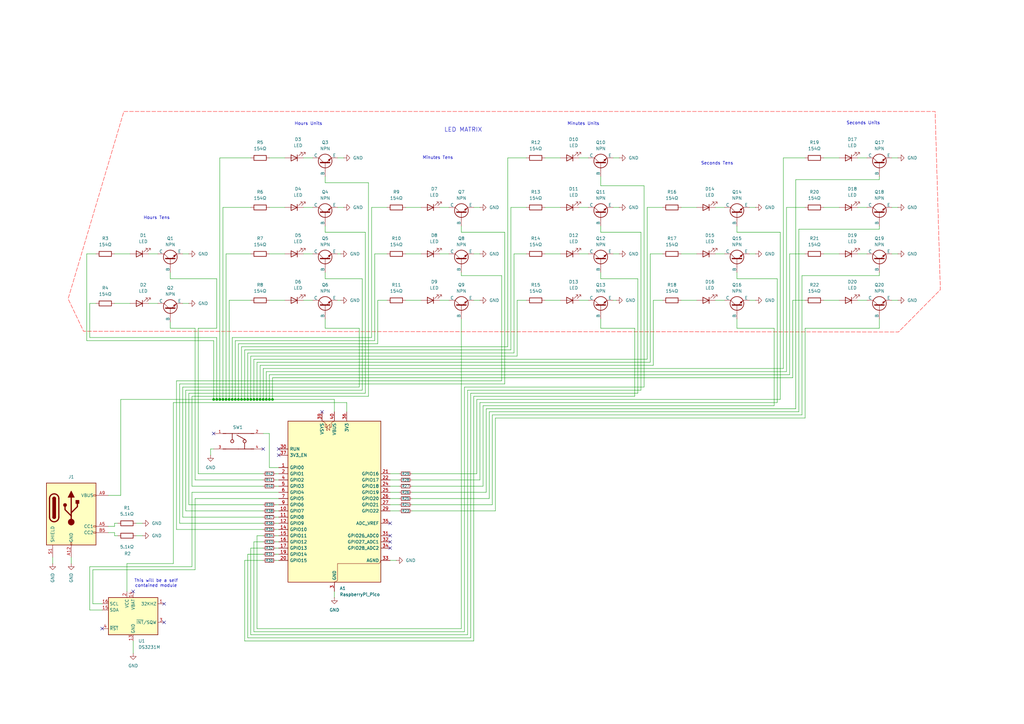
<source format=kicad_sch>
(kicad_sch (version 20250114) (generator "eeschema") (generator_version "9.0")
  (paper "A3")
  (title_block (title "Binary Clock") (date "2025-11-05") (rev "1"))
  (lib_symbols
    (symbol "Connector:USB_C_Receptacle_PowerOnly_6P" (pin_names (offset 1.016))
      (property "Reference" "J" (at 0 16.51 0))
      (property "Value" "USB_C_Receptacle_PowerOnly_6P" (at 0 13.97 0))
      (symbol "USB_C_Receptacle_PowerOnly_6P_1_1"
        (pin passive line (at -7.62 -17.78 90) (length 5.08) (name "SHIELD") (number "S1"))
        (pin passive line (at 0 -17.78 90) (length 5.08) (name "GND") (number "A12"))
        (pin passive line (at 0 -17.78 90) (length 5.08) (hide yes) (name "GND") (number "B12"))
        (pin passive line (at 15.24 7.62 180) (length 5.08) (name "VBUS") (number "A9"))
        (pin passive line (at 15.24 7.62 180) (length 5.08) (hide yes) (name "VBUS") (number "B9"))
        (pin bidirectional line (at 15.24 -5.08 180) (length 5.08) (name "CC1") (number "A5"))
        (pin bidirectional line (at 15.24 -7.62 180) (length 5.08) (name "CC2") (number "B5"))
      )
    )
    (symbol "Device:LED" (pin_numbers (hide yes)) (pin_names (offset 1.016) (hide yes))
      (property "Reference" "D" (at 0 2.54 0))
      (property "Value" "LED" (at 0 -2.54 0))
      (symbol "LED_1_1"
        (pin passive line (at -3.81 0 0) (length 2.54) (name "K") (number "1"))
        (pin passive line (at 3.81 0 180) (length 2.54) (name "A") (number "2"))
      )
    )
    (symbol "Device:R" (pin_numbers (hide yes)) (pin_names (offset 0))
      (property "Reference" "R" (at 2.032 0 90))
      (property "Value" "R" (at 0 0 90))
      (symbol "R_1_1"
        (pin passive line (at 0 3.81 270) (length 1.27) (name "~") (number "1"))
        (pin passive line (at 0 -3.81 90) (length 1.27) (name "~") (number "2"))
      )
    )
    (symbol "Device:R_Small" (pin_numbers (hide yes)) (pin_names (offset 0.254) (hide yes))
      (property "Reference" "R" (at 0 0 90))
      (property "Value" "R_Small" (at 1.778 0 90))
      (symbol "R_Small_1_1"
        (pin passive line (at 0 2.54 270) (length 0.762) (name "~") (number "1"))
        (pin passive line (at 0 -2.54 90) (length 0.762) (name "~") (number "2"))
      )
    )
    (symbol "MCU_Module:RaspberryPi_Pico" (pin_names (offset 0.762))
      (property "Reference" "A" (at -19.05 35.56 0))
      (property "Value" "RaspberryPi_Pico" (at 7.62 35.56 0))
      (symbol "RaspberryPi_Pico_1_1"
        (pin passive line (at -22.86 22.86 0) (length 3.81) (name "RUN") (number "30"))
        (pin passive line (at -22.86 20.32 0) (length 3.81) (name "3V3_EN") (number "37"))
        (pin bidirectional line (at -22.86 15.24 0) (length 3.81) (name "GPIO0") (number "1"))
        (pin bidirectional line (at -22.86 12.7 0) (length 3.81) (name "GPIO1") (number "2"))
        (pin bidirectional line (at -22.86 10.16 0) (length 3.81) (name "GPIO2") (number "4"))
        (pin bidirectional line (at -22.86 7.62 0) (length 3.81) (name "GPIO3") (number "5"))
        (pin bidirectional line (at -22.86 5.08 0) (length 3.81) (name "GPIO4") (number "6"))
        (pin bidirectional line (at -22.86 2.54 0) (length 3.81) (name "GPIO5") (number "7"))
        (pin bidirectional line (at -22.86 0 0) (length 3.81) (name "GPIO6") (number "9"))
        (pin bidirectional line (at -22.86 -2.54 0) (length 3.81) (name "GPIO7") (number "10"))
        (pin bidirectional line (at -22.86 -5.08 0) (length 3.81) (name "GPIO8") (number "11"))
        (pin bidirectional line (at -22.86 -7.62 0) (length 3.81) (name "GPIO9") (number "12"))
        (pin bidirectional line (at -22.86 -10.16 0) (length 3.81) (name "GPIO10") (number "14"))
        (pin bidirectional line (at -22.86 -12.7 0) (length 3.81) (name "GPIO11") (number "15"))
        (pin bidirectional line (at -22.86 -15.24 0) (length 3.81) (name "GPIO12") (number "16"))
        (pin bidirectional line (at -22.86 -17.78 0) (length 3.81) (name "GPIO13") (number "17"))
        (pin bidirectional line (at -22.86 -20.32 0) (length 3.81) (name "GPIO14") (number "19"))
        (pin bidirectional line (at -22.86 -22.86 0) (length 3.81) (name "GPIO15") (number "20"))
        (pin power_in line (at -5.08 38.1 270) (length 3.81) (name "VSYS") (number "39"))
        (pin power_out line (at 0 38.1 270) (length 3.81) (name "VBUS") (number "40"))
        (pin passive line (at 0 -35.56 90) (length 3.81) (hide yes) (name "GND") (number "13"))
        (pin passive line (at 0 -35.56 90) (length 3.81) (hide yes) (name "GND") (number "18"))
        (pin passive line (at 0 -35.56 90) (length 3.81) (hide yes) (name "GND") (number "23"))
        (pin passive line (at 0 -35.56 90) (length 3.81) (hide yes) (name "GND") (number "28"))
        (pin power_out line (at 0 -35.56 90) (length 3.81) (name "GND") (number "3"))
        (pin passive line (at 0 -35.56 90) (length 3.81) (hide yes) (name "GND") (number "38"))
        (pin passive line (at 0 -35.56 90) (length 3.81) (hide yes) (name "GND") (number "8"))
        (pin power_out line (at 5.08 38.1 270) (length 3.81) (name "3V3") (number "36"))
        (pin bidirectional line (at 22.86 12.7 180) (length 3.81) (name "GPIO16") (number "21"))
        (pin bidirectional line (at 22.86 10.16 180) (length 3.81) (name "GPIO17") (number "22"))
        (pin bidirectional line (at 22.86 7.62 180) (length 3.81) (name "GPIO18") (number "24"))
        (pin bidirectional line (at 22.86 5.08 180) (length 3.81) (name "GPIO19") (number "25"))
        (pin bidirectional line (at 22.86 2.54 180) (length 3.81) (name "GPIO20") (number "26"))
        (pin bidirectional line (at 22.86 0 180) (length 3.81) (name "GPIO21") (number "27"))
        (pin bidirectional line (at 22.86 -2.54 180) (length 3.81) (name "GPIO22") (number "29"))
        (pin power_in line (at 22.86 -7.62 180) (length 3.81) (name "ADC_VREF") (number "35"))
        (pin bidirectional line (at 22.86 -12.7 180) (length 3.81) (name "GPIO26_ADC0") (number "31"))
        (pin bidirectional line (at 22.86 -15.24 180) (length 3.81) (name "GPIO27_ADC1") (number "32"))
        (pin bidirectional line (at 22.86 -17.78 180) (length 3.81) (name "GPIO28_ADC2") (number "34"))
        (pin power_out line (at 22.86 -22.86 180) (length 3.81) (name "AGND") (number "33"))
      )
    )
    (symbol "Simulation_SPICE:NPN" (pin_numbers (hide yes)) (pin_names (offset 0))
      (property "Reference" "Q" (at -2.54 7.62 0))
      (property "Value" "NPN" (at -2.54 5.08 0))
      (symbol "NPN_1_1"
        (pin input line (at -5.08 0 0) (length 2.54) (name "B") (number "2"))
        (pin open_collector line (at 2.54 5.08 270) (length 2.54) (name "C") (number "1"))
        (pin open_emitter line (at 2.54 -5.08 90) (length 2.54) (name "E") (number "3"))
      )
    )
    (symbol "TS02-66-70-BK-260-LCR-D:TS02-66-70-BK-260-LCR-D" (pin_names (offset 1.016))
      (property "Reference" "SW1" (at 0 9.906 0))
      (symbol "TS02-66-70-BK-260-LCR-D_0_0"
        (pin passive line (at -10.16 1.27 0) (length 5.08) (name "~") (number "1"))
        (pin passive line (at -10.16 -5.08 0) (length 5.08) (name "~") (number "3"))
        (pin passive line (at 10.16 1.27 180) (length 5.08) (name "~") (number "2"))
        (pin passive line (at 10.16 -5.08 180) (length 5.08) (name "~") (number "4"))
      )
    )
    (symbol "Timer_RTC:DS3231M"
      (property "Reference" "U" (at -7.62 8.89 0))
      (property "Value" "DS3231M" (at 10.16 8.89 0))
      (symbol "DS3231M_1_1"
        (pin input line (at -12.7 5.08 0) (length 2.54) (name "SCL") (number "16"))
        (pin bidirectional line (at -12.7 2.54 0) (length 2.54) (name "SDA") (number "15"))
        (pin bidirectional line (at -12.7 -5.08 0) (length 2.54) (name "~{RST}") (number "4"))
        (pin power_in line (at -2.54 10.16 270) (length 2.54) (name "VCC") (number "2"))
        (pin power_in line (at 0 10.16 270) (length 2.54) (name "VBAT") (number "14"))
        (pin passive line (at 0 -10.16 90) (length 2.54) (hide yes) (name "GND") (number "10"))
        (pin passive line (at 0 -10.16 90) (length 2.54) (hide yes) (name "GND") (number "11"))
        (pin passive line (at 0 -10.16 90) (length 2.54) (hide yes) (name "GND") (number "12"))
        (pin power_in line (at 0 -10.16 90) (length 2.54) (name "GND") (number "13"))
        (pin passive line (at 0 -10.16 90) (length 2.54) (hide yes) (name "GND") (number "5"))
        (pin passive line (at 0 -10.16 90) (length 2.54) (hide yes) (name "GND") (number "6"))
        (pin passive line (at 0 -10.16 90) (length 2.54) (hide yes) (name "GND") (number "7"))
        (pin passive line (at 0 -10.16 90) (length 2.54) (hide yes) (name "GND") (number "8"))
        (pin passive line (at 0 -10.16 90) (length 2.54) (hide yes) (name "GND") (number "9"))
        (pin open_collector line (at 12.7 5.08 180) (length 2.54) (name "32KHZ") (number "1"))
        (pin open_collector line (at 12.7 -2.54 180) (length 2.54) (name "~{INT}/SQW") (number "3"))
      )
    )
    (symbol "power:GND" (power) (pin_numbers (hide yes)) (pin_names (offset 0) (hide yes))
      (property "Value" "GND" (at 0 -3.81 0))
      (symbol "GND_1_1"
        (pin power_in line (at 0 0 270) (length 0) (name "~") (number "1"))
      )
    )
  )
  (text "This will be a self\ncontained module" (at 64.008 239.268 0) (effects (font (size 1.27 1.27))))
  (text "Hours Tens" (at 64.262 89.408 0) (effects (font (size 1.27 1.27))))
  (text "Seconds Units" (at 354.076 50.546 0) (effects (font (size 1.27 1.27))))
  (text "LED MATRIX" (at 189.992 53.34 0) (effects (font (size 1.778 1.778))))
  (text "Minutes Units" (at 239.268 50.8 0) (effects (font (size 1.27 1.27))))
  (text "Minutes Tens" (at 179.578 64.77 0) (effects (font (size 1.27 1.27))))
  (text "Seconds Tens" (at 294.132 67.056 0) (effects (font (size 1.27 1.27))))
  (text "Hours Units" (at 126.492 50.8 0) (effects (font (size 1.27 1.27))))
  (junction (at 88.9 163.83))
  (junction (at 102.87 163.83))
  (junction (at 95.25 163.83))
  (junction (at 99.06 163.83))
  (junction (at 87.63 163.83))
  (junction (at 104.14 163.83))
  (junction (at 93.98 163.83))
  (junction (at 92.71 163.83))
  (junction (at 106.68 163.83))
  (junction (at 90.17 163.83))
  (junction (at 105.41 163.83))
  (junction (at 96.52 163.83))
  (junction (at 111.76 163.83))
  (junction (at 100.33 163.83))
  (junction (at 91.44 163.83))
  (junction (at 107.95 163.83))
  (junction (at 110.49 163.83))
  (junction (at 109.22 163.83))
  (junction (at 97.79 163.83))
  (junction (at 101.6 163.83))
  (no_connect (at 87.63 177.8))
  (no_connect (at 67.31 255.27))
  (no_connect (at 67.31 247.65))
  (no_connect (at 160.02 224.79))
  (no_connect (at 160.02 222.25))
  (no_connect (at 114.3 186.69))
  (no_connect (at 114.3 184.15))
  (no_connect (at 160.02 214.63))
  (no_connect (at 160.02 219.71))
  (no_connect (at 41.91 257.81))
  (no_connect (at 132.08 168.91))
  (no_connect (at 107.95 184.15))
  (no_connect (at 54.61 242.57))
  (wire (pts (xy 191.77 160.02) (xy 191.77 260.35)))
  (wire (pts (xy 36.83 124.46) (xy 36.83 138.43)))
  (wire (pts (xy 41.91 247.65) (xy 38.1 247.65)))
  (wire (pts (xy 199.39 201.93) (xy 168.91 201.93)))
  (wire (pts (xy 114.3 194.31) (xy 113.03 194.31)))
  (wire (pts (xy 246.38 130.81) (xy 246.38 134.62)))
  (wire (pts (xy 87.63 163.83) (xy 88.9 163.83)))
  (wire (pts (xy 261.62 114.3) (xy 261.62 161.29)))
  (wire (pts (xy 133.35 95.25) (xy 149.86 95.25)))
  (wire (pts (xy 54.61 262.89) (xy 54.61 267.97)))
  (wire (pts (xy 102.87 163.83) (xy 104.14 163.83)))
  (wire (pts (xy 104.14 163.83) (xy 105.41 163.83)))
  (wire (pts (xy 80.01 196.85) (xy 107.95 196.85)))
  (wire (pts (xy 113.03 222.25) (xy 114.3 222.25)))
  (wire (pts (xy 152.4 138.43) (xy 95.25 138.43)))
  (wire (pts (xy 113.03 196.85) (xy 114.3 196.85)))
  (wire (pts (xy 110.49 191.77) (xy 114.3 191.77)))
  (wire (pts (xy 203.2 209.55) (xy 168.91 209.55)))
  (wire (pts (xy 264.16 158.75) (xy 190.5 158.75)))
  (wire (pts (xy 109.22 152.4) (xy 109.22 163.83)))
  (wire (pts (xy 29.21 228.6) (xy 29.21 231.14)))
  (wire (pts (xy 191.77 260.35) (xy 102.87 260.35)))
  (wire (pts (xy 113.03 209.55) (xy 114.3 209.55)))
  (wire (pts (xy 102.87 64.77) (xy 90.17 64.77)))
  (wire (pts (xy 166.37 85.09) (xy 172.72 85.09)))
  (wire (pts (xy 133.35 111.76) (xy 133.35 114.3)))
  (wire (pts (xy 113.03 229.87) (xy 114.3 229.87)))
  (wire (pts (xy 163.83 204.47) (xy 160.02 204.47)))
  (wire (pts (xy 190.5 259.08) (xy 104.14 259.08)))
  (wire (pts (xy 149.86 95.25) (xy 149.86 161.29)))
  (wire (pts (xy 46.99 104.14) (xy 53.34 104.14)))
  (wire (pts (xy 180.34 85.09) (xy 184.15 85.09)))
  (wire (pts (xy 360.68 93.98) (xy 327.66 93.98)))
  (wire (pts (xy 246.38 134.62) (xy 260.35 134.62)))
  (wire (pts (xy 327.66 168.91) (xy 200.66 168.91)))
  (wire (pts (xy 351.79 85.09) (xy 355.6 85.09)))
  (wire (pts (xy 110.49 104.14) (xy 116.84 104.14)))
  (wire (pts (xy 163.83 201.93) (xy 160.02 201.93)))
  (wire (pts (xy 60.96 124.46) (xy 64.77 124.46)))
  (wire (pts (xy 133.35 72.39) (xy 133.35 74.93)))
  (wire (pts (xy 52.07 231.14) (xy 71.12 231.14)))
  (wire (pts (xy 38.1 233.68) (xy 80.01 233.68)))
  (wire (pts (xy 55.88 214.63) (xy 58.42 214.63)))
  (wire (pts (xy 149.86 161.29) (xy 77.47 161.29)))
  (wire (pts (xy 195.58 194.31) (xy 168.91 194.31)))
  (wire (pts (xy 88.9 134.62) (xy 88.9 114.3)))
  (wire (pts (xy 76.2 160.02) (xy 76.2 209.55)))
  (wire (pts (xy 93.98 123.19) (xy 93.98 163.83)))
  (wire (pts (xy 205.74 113.03) (xy 205.74 156.21)))
  (wire (pts (xy 133.35 114.3) (xy 148.59 114.3)))
  (wire (pts (xy 237.49 85.09) (xy 241.3 85.09)))
  (wire (pts (xy 90.17 64.77) (xy 90.17 163.83)))
  (wire (pts (xy 325.12 123.19) (xy 325.12 154.94)))
  (wire (pts (xy 113.03 217.17) (xy 114.3 217.17)))
  (wire (pts (xy 138.43 104.14) (xy 139.7 104.14)))
  (wire (pts (xy 158.75 104.14) (xy 153.67 104.14)))
  (wire (pts (xy 104.14 222.25) (xy 107.95 222.25)))
  (wire (pts (xy 72.39 217.17) (xy 107.95 217.17)))
  (wire (pts (xy 265.43 147.32) (xy 104.14 147.32)))
  (wire (pts (xy 124.46 64.77) (xy 128.27 64.77)))
  (wire (pts (xy 124.46 85.09) (xy 128.27 85.09)))
  (wire (pts (xy 38.1 247.65) (xy 38.1 233.68)))
  (wire (pts (xy 201.93 207.01) (xy 168.91 207.01)))
  (wire (pts (xy 327.66 93.98) (xy 327.66 168.91)))
  (wire (pts (xy 246.38 114.3) (xy 261.62 114.3)))
  (wire (pts (xy 78.74 162.56) (xy 78.74 199.39)))
  (wire (pts (xy 81.28 134.62) (xy 81.28 194.31)))
  (wire (pts (xy 44.45 218.44) (xy 46.99 218.44)))
  (wire (pts (xy 266.7 104.14) (xy 266.7 148.59)))
  (wire (pts (xy 196.85 196.85) (xy 168.91 196.85)))
  (wire (pts (xy 166.37 123.19) (xy 172.72 123.19)))
  (wire (pts (xy 251.46 123.19) (xy 252.73 123.19)))
  (wire (pts (xy 109.22 163.83) (xy 110.49 163.83)))
  (wire (pts (xy 208.28 142.24) (xy 99.06 142.24)))
  (wire (pts (xy 163.83 207.01) (xy 160.02 207.01)))
  (wire (pts (xy 246.38 111.76) (xy 246.38 114.3)))
  (wire (pts (xy 210.82 104.14) (xy 210.82 144.78)))
  (wire (pts (xy 107.95 151.13) (xy 107.95 163.83)))
  (wire (pts (xy 105.41 148.59) (xy 105.41 163.83)))
  (wire (pts (xy 76.2 209.55) (xy 107.95 209.55)))
  (wire (pts (xy 200.66 204.47) (xy 168.91 204.47)))
  (wire (pts (xy 328.93 170.18) (xy 201.93 170.18)))
  (wire (pts (xy 205.74 156.21) (xy 72.39 156.21)))
  (wire (pts (xy 95.25 163.83) (xy 96.52 163.83)))
  (wire (pts (xy 267.97 149.86) (xy 106.68 149.86)))
  (wire (pts (xy 39.37 124.46) (xy 36.83 124.46)))
  (wire (pts (xy 320.04 95.25) (xy 320.04 163.83)))
  (wire (pts (xy 194.31 162.56) (xy 194.31 262.89)))
  (wire (pts (xy 100.33 229.87) (xy 107.95 229.87)))
  (wire (pts (xy 215.9 64.77) (xy 208.28 64.77)))
  (wire (pts (xy 154.94 140.97) (xy 97.79 140.97)))
  (wire (pts (xy 166.37 104.14) (xy 172.72 104.14)))
  (wire (pts (xy 322.58 152.4) (xy 109.22 152.4)))
  (wire (pts (xy 73.66 157.48) (xy 73.66 214.63)))
  (wire (pts (xy 138.43 64.77) (xy 140.97 64.77)))
  (wire (pts (xy 44.45 203.2) (xy 49.53 203.2)))
  (wire (pts (xy 265.43 85.09) (xy 265.43 147.32)))
  (wire (pts (xy 78.74 232.41) (xy 78.74 201.93)))
  (wire (pts (xy 267.97 123.19) (xy 267.97 149.86)))
  (wire (pts (xy 153.67 104.14) (xy 153.67 139.7)))
  (wire (pts (xy 138.43 123.19) (xy 139.7 123.19)))
  (wire (pts (xy 113.03 214.63) (xy 114.3 214.63)))
  (wire (pts (xy 325.12 154.94) (xy 111.76 154.94)))
  (wire (pts (xy 194.31 104.14) (xy 196.85 104.14)))
  (wire (pts (xy 337.82 104.14) (xy 344.17 104.14)))
  (wire (pts (xy 237.49 123.19) (xy 241.3 123.19)))
  (wire (pts (xy 279.4 85.09) (xy 285.75 85.09)))
  (wire (pts (xy 107.95 177.8) (xy 110.49 177.8)))
  (wire (pts (xy 111.76 154.94) (xy 111.76 163.83)))
  (wire (pts (xy 102.87 123.19) (xy 93.98 123.19)))
  (wire (pts (xy 330.2 64.77) (xy 321.31 64.77)))
  (wire (pts (xy 52.07 242.57) (xy 52.07 231.14)))
  (wire (pts (xy 99.06 142.24) (xy 99.06 163.83)))
  (wire (pts (xy 330.2 104.14) (xy 323.85 104.14)))
  (wire (pts (xy 101.6 163.83) (xy 102.87 163.83)))
  (wire (pts (xy 200.66 168.91) (xy 200.66 204.47)))
  (wire (pts (xy 113.03 199.39) (xy 114.3 199.39)))
  (wire (pts (xy 90.17 163.83) (xy 91.44 163.83)))
  (wire (pts (xy 360.68 134.62) (xy 330.2 134.62)))
  (wire (pts (xy 262.89 160.02) (xy 191.77 160.02)))
  (wire (pts (xy 124.46 104.14) (xy 128.27 104.14)))
  (wire (pts (xy 80.01 134.62) (xy 80.01 196.85)))
  (wire (pts (xy 138.43 85.09) (xy 140.97 85.09)))
  (wire (pts (xy 307.34 104.14) (xy 309.88 104.14)))
  (wire (pts (xy 207.01 157.48) (xy 73.66 157.48)))
  (wire (pts (xy 88.9 138.43) (xy 88.9 163.83)))
  (wire (pts (xy 330.2 134.62) (xy 330.2 171.45)))
  (wire (pts (xy 199.39 167.64) (xy 199.39 201.93)))
  (wire (pts (xy 69.85 114.3) (xy 69.85 111.76)))
  (wire (pts (xy 208.28 64.77) (xy 208.28 142.24)))
  (wire (pts (xy 102.87 146.05) (xy 102.87 163.83)))
  (wire (pts (xy 102.87 104.14) (xy 92.71 104.14)))
  (wire (pts (xy 35.56 139.7) (xy 87.63 139.7)))
  (wire (pts (xy 46.99 215.9) (xy 44.45 215.9)))
  (wire (pts (xy 35.56 104.14) (xy 35.56 139.7)))
  (wire (pts (xy 95.25 138.43) (xy 95.25 163.83)))
  (wire (pts (xy 72.39 156.21) (xy 72.39 217.17)))
  (wire (pts (xy 360.68 72.39) (xy 360.68 73.66)))
  (wire (pts (xy 101.6 261.62) (xy 101.6 227.33)))
  (wire (pts (xy 365.76 64.77) (xy 368.3 64.77)))
  (wire (pts (xy 207.01 95.25) (xy 207.01 157.48)))
  (wire (pts (xy 293.37 123.19) (xy 297.18 123.19)))
  (wire (pts (xy 260.35 134.62) (xy 260.35 162.56)))
  (wire (pts (xy 266.7 148.59) (xy 105.41 148.59)))
  (wire (pts (xy 49.53 163.83) (xy 87.63 163.83)))
  (wire (pts (xy 133.35 74.93) (xy 151.13 74.93)))
  (wire (pts (xy 88.9 163.83) (xy 90.17 163.83)))
  (wire (pts (xy 326.39 167.64) (xy 199.39 167.64)))
  (wire (pts (xy 69.85 132.08) (xy 69.85 134.62)))
  (wire (pts (xy 328.93 113.03) (xy 328.93 170.18)))
  (wire (pts (xy 46.99 124.46) (xy 53.34 124.46)))
  (wire (pts (xy 110.49 123.19) (xy 116.84 123.19)))
  (wire (pts (xy 107.95 194.31) (xy 81.28 194.31)))
  (wire (pts (xy 74.93 158.75) (xy 74.93 212.09)))
  (wire (pts (xy 189.23 113.03) (xy 189.23 111.76)))
  (wire (pts (xy 110.49 153.67) (xy 110.49 163.83)))
  (wire (pts (xy 106.68 149.86) (xy 106.68 163.83)))
  (wire (pts (xy 246.38 76.2) (xy 264.16 76.2)))
  (wire (pts (xy 351.79 123.19) (xy 355.6 123.19)))
  (wire (pts (xy 302.26 130.81) (xy 302.26 134.62)))
  (wire (pts (xy 302.26 92.71) (xy 302.26 95.25)))
  (wire (pts (xy 198.12 199.39) (xy 168.91 199.39)))
  (wire (pts (xy 194.31 123.19) (xy 196.85 123.19)))
  (wire (pts (xy 158.75 85.09) (xy 152.4 85.09)))
  (wire (pts (xy 322.58 85.09) (xy 322.58 152.4)))
  (wire (pts (xy 302.26 95.25) (xy 320.04 95.25)))
  (wire (pts (xy 193.04 261.62) (xy 101.6 261.62)))
  (wire (pts (xy 93.98 163.83) (xy 95.25 163.83)))
  (wire (pts (xy 337.82 64.77) (xy 344.17 64.77)))
  (wire (pts (xy 321.31 64.77) (xy 321.31 151.13)))
  (wire (pts (xy 92.71 163.83) (xy 93.98 163.83)))
  (wire (pts (xy 105.41 257.81) (xy 105.41 219.71)))
  (wire (pts (xy 74.93 124.46) (xy 77.47 124.46)))
  (wire (pts (xy 77.47 207.01) (xy 107.95 207.01)))
  (wire (pts (xy 337.82 123.19) (xy 344.17 123.19)))
  (wire (pts (xy 133.35 134.62) (xy 147.32 134.62)))
  (wire (pts (xy 163.83 209.55) (xy 160.02 209.55)))
  (wire (pts (xy 74.93 104.14) (xy 77.47 104.14)))
  (wire (pts (xy 215.9 104.14) (xy 210.82 104.14)))
  (wire (pts (xy 106.68 163.83) (xy 107.95 163.83)))
  (wire (pts (xy 152.4 85.09) (xy 152.4 138.43)))
  (wire (pts (xy 74.93 212.09) (xy 107.95 212.09)))
  (wire (pts (xy 102.87 85.09) (xy 91.44 85.09)))
  (wire (pts (xy 360.68 73.66) (xy 326.39 73.66)))
  (wire (pts (xy 212.09 123.19) (xy 212.09 146.05)))
  (wire (pts (xy 251.46 64.77) (xy 254 64.77)))
  (wire (pts (xy 39.37 104.14) (xy 35.56 104.14)))
  (wire (pts (xy 307.34 123.19) (xy 309.88 123.19)))
  (wire (pts (xy 151.13 162.56) (xy 78.74 162.56)))
  (wire (pts (xy 293.37 85.09) (xy 297.18 85.09)))
  (wire (pts (xy 330.2 85.09) (xy 322.58 85.09)))
  (wire (pts (xy 189.23 130.81) (xy 189.23 257.81)))
  (wire (pts (xy 124.46 123.19) (xy 128.27 123.19)))
  (wire (pts (xy 317.5 134.62) (xy 317.5 166.37)))
  (wire (pts (xy 215.9 85.09) (xy 209.55 85.09)))
  (wire (pts (xy 189.23 257.81) (xy 105.41 257.81)))
  (wire (pts (xy 302.26 134.62) (xy 317.5 134.62)))
  (wire (pts (xy 36.83 232.41) (xy 78.74 232.41)))
  (wire (pts (xy 271.78 123.19) (xy 267.97 123.19)))
  (wire (pts (xy 60.96 104.14) (xy 64.77 104.14)))
  (wire (pts (xy 365.76 85.09) (xy 368.3 85.09)))
  (wire (pts (xy 251.46 104.14) (xy 254 104.14)))
  (wire (pts (xy 180.34 104.14) (xy 184.15 104.14)))
  (wire (pts (xy 194.31 85.09) (xy 196.85 85.09)))
  (wire (pts (xy 104.14 147.32) (xy 104.14 163.83)))
  (wire (pts (xy 99.06 163.83) (xy 100.33 163.83)))
  (wire (pts (xy 77.47 161.29) (xy 77.47 207.01)))
  (wire (pts (xy 41.91 250.19) (xy 36.83 250.19)))
  (wire (pts (xy 293.37 104.14) (xy 297.18 104.14)))
  (wire (pts (xy 360.68 92.71) (xy 360.68 93.98)))
  (wire (pts (xy 100.33 262.89) (xy 100.33 229.87)))
  (wire (pts (xy 153.67 139.7) (xy 96.52 139.7)))
  (wire (pts (xy 133.35 92.71) (xy 133.35 95.25)))
  (wire (pts (xy 113.03 212.09) (xy 114.3 212.09)))
  (wire (pts (xy 195.58 163.83) (xy 195.58 194.31)))
  (wire (pts (xy 55.88 219.71) (xy 58.42 219.71)))
  (wire (pts (xy 209.55 85.09) (xy 209.55 143.51)))
  (wire (pts (xy 49.53 163.83) (xy 49.53 203.2)))
  (wire (pts (xy 180.34 123.19) (xy 184.15 123.19)))
  (wire (pts (xy 104.14 259.08) (xy 104.14 222.25)))
  (wire (pts (xy 246.38 95.25) (xy 262.89 95.25)))
  (wire (pts (xy 307.34 85.09) (xy 309.88 85.09)))
  (wire (pts (xy 365.76 104.14) (xy 368.3 104.14)))
  (wire (pts (xy 158.75 123.19) (xy 154.94 123.19)))
  (wire (pts (xy 194.31 262.89) (xy 100.33 262.89)))
  (wire (pts (xy 360.68 113.03) (xy 328.93 113.03)))
  (wire (pts (xy 113.03 224.79) (xy 114.3 224.79)))
  (wire (pts (xy 137.16 242.57) (xy 137.16 245.11)))
  (wire (pts (xy 102.87 224.79) (xy 107.95 224.79)))
  (wire (pts (xy 201.93 170.18) (xy 201.93 207.01)))
  (wire (pts (xy 100.33 163.83) (xy 101.6 163.83)))
  (wire (pts (xy 365.76 123.19) (xy 368.3 123.19)))
  (wire (pts (xy 279.4 123.19) (xy 285.75 123.19)))
  (wire (pts (xy 318.77 165.1) (xy 196.85 165.1)))
  (wire (pts (xy 223.52 64.77) (xy 229.87 64.77)))
  (wire (pts (xy 78.74 199.39) (xy 107.95 199.39)))
  (wire (pts (xy 212.09 146.05) (xy 102.87 146.05)))
  (wire (pts (xy 97.79 163.83) (xy 99.06 163.83)))
  (wire (pts (xy 113.03 207.01) (xy 114.3 207.01)))
  (wire (pts (xy 209.55 143.51) (xy 100.33 143.51)))
  (wire (pts (xy 190.5 158.75) (xy 190.5 259.08)))
  (wire (pts (xy 154.94 123.19) (xy 154.94 140.97)))
  (wire (pts (xy 107.95 163.83) (xy 109.22 163.83)))
  (wire (pts (xy 102.87 260.35) (xy 102.87 224.79)))
  (wire (pts (xy 142.24 165.1) (xy 142.24 168.91)))
  (wire (pts (xy 210.82 144.78) (xy 101.6 144.78)))
  (wire (pts (xy 330.2 171.45) (xy 203.2 171.45)))
  (wire (pts (xy 246.38 92.71) (xy 246.38 95.25)))
  (wire (pts (xy 160.02 229.87) (xy 162.56 229.87)))
  (wire (pts (xy 271.78 85.09) (xy 265.43 85.09)))
  (wire (pts (xy 318.77 114.3) (xy 318.77 165.1)))
  (wire (pts (xy 148.59 160.02) (xy 76.2 160.02)))
  (wire (pts (xy 101.6 144.78) (xy 101.6 163.83)))
  (wire (pts (xy 271.78 104.14) (xy 266.7 104.14)))
  (wire (pts (xy 148.59 114.3) (xy 148.59 160.02)))
  (wire (pts (xy 351.79 104.14) (xy 355.6 104.14)))
  (wire (pts (xy 110.49 163.83) (xy 111.76 163.83)))
  (wire (pts (xy 337.82 85.09) (xy 344.17 85.09)))
  (wire (pts (xy 69.85 134.62) (xy 80.01 134.62)))
  (wire (pts (xy 326.39 73.66) (xy 326.39 167.64)))
  (wire (pts (xy 237.49 64.77) (xy 241.3 64.77)))
  (wire (pts (xy 163.83 199.39) (xy 160.02 199.39)))
  (wire (pts (xy 193.04 161.29) (xy 193.04 261.62)))
  (wire (pts (xy 111.76 163.83) (xy 137.16 163.83)))
  (wire (pts (xy 110.49 85.09) (xy 116.84 85.09)))
  (wire (pts (xy 323.85 153.67) (xy 110.49 153.67)))
  (wire (pts (xy 113.03 219.71) (xy 114.3 219.71)))
  (wire (pts (xy 360.68 130.81) (xy 360.68 134.62)))
  (wire (pts (xy 71.12 231.14) (xy 71.12 165.1)))
  (wire (pts (xy 279.4 104.14) (xy 285.75 104.14)))
  (wire (pts (xy 151.13 74.93) (xy 151.13 162.56)))
  (wire (pts (xy 46.99 218.44) (xy 46.99 219.71)))
  (wire (pts (xy 105.41 219.71) (xy 107.95 219.71)))
  (wire (pts (xy 80.01 233.68) (xy 80.01 204.47)))
  (wire (pts (xy 323.85 104.14) (xy 323.85 153.67)))
  (wire (pts (xy 360.68 111.76) (xy 360.68 113.03)))
  (wire (pts (xy 96.52 163.83) (xy 97.79 163.83)))
  (wire (pts (xy 203.2 171.45) (xy 203.2 209.55)))
  (wire (pts (xy 92.71 104.14) (xy 92.71 163.83)))
  (wire (pts (xy 36.83 138.43) (xy 88.9 138.43)))
  (wire (pts (xy 351.79 64.77) (xy 355.6 64.77)))
  (wire (pts (xy 223.52 123.19) (xy 229.87 123.19)))
  (wire (pts (xy 71.12 165.1) (xy 142.24 165.1)))
  (wire (pts (xy 189.23 92.71) (xy 189.23 95.25)))
  (wire (pts (xy 96.52 139.7) (xy 96.52 163.83)))
  (wire (pts (xy 86.36 184.15) (xy 87.63 184.15)))
  (wire (pts (xy 36.83 250.19) (xy 36.83 232.41)))
  (wire (pts (xy 110.49 177.8) (xy 110.49 191.77)))
  (wire (pts (xy 46.99 214.63) (xy 46.99 215.9)))
  (wire (pts (xy 302.26 111.76) (xy 302.26 114.3)))
  (wire (pts (xy 262.89 95.25) (xy 262.89 160.02)))
  (wire (pts (xy 81.28 134.62) (xy 88.9 134.62)))
  (wire (pts (xy 321.31 151.13) (xy 107.95 151.13)))
  (wire (pts (xy 223.52 85.09) (xy 229.87 85.09)))
  (wire (pts (xy 137.16 163.83) (xy 137.16 168.91)))
  (wire (pts (xy 97.79 140.97) (xy 97.79 163.83)))
  (wire (pts (xy 133.35 130.81) (xy 133.35 134.62)))
  (wire (pts (xy 91.44 163.83) (xy 92.71 163.83)))
  (wire (pts (xy 261.62 161.29) (xy 193.04 161.29)))
  (wire (pts (xy 113.03 227.33) (xy 114.3 227.33)))
  (wire (pts (xy 78.74 201.93) (xy 114.3 201.93)))
  (wire (pts (xy 88.9 114.3) (xy 69.85 114.3)))
  (wire (pts (xy 147.32 158.75) (xy 74.93 158.75)))
  (wire (pts (xy 189.23 95.25) (xy 207.01 95.25)))
  (wire (pts (xy 91.44 85.09) (xy 91.44 163.83)))
  (wire (pts (xy 46.99 219.71) (xy 48.26 219.71)))
  (wire (pts (xy 320.04 163.83) (xy 195.58 163.83)))
  (wire (pts (xy 237.49 104.14) (xy 241.3 104.14)))
  (wire (pts (xy 251.46 85.09) (xy 254 85.09)))
  (wire (pts (xy 302.26 114.3) (xy 318.77 114.3)))
  (wire (pts (xy 330.2 123.19) (xy 325.12 123.19)))
  (wire (pts (xy 100.33 143.51) (xy 100.33 163.83)))
  (wire (pts (xy 198.12 166.37) (xy 198.12 199.39)))
  (wire (pts (xy 21.59 228.6) (xy 21.59 231.14)))
  (wire (pts (xy 215.9 123.19) (xy 212.09 123.19)))
  (wire (pts (xy 196.85 165.1) (xy 196.85 196.85)))
  (wire (pts (xy 189.23 113.03) (xy 205.74 113.03)))
  (wire (pts (xy 264.16 76.2) (xy 264.16 158.75)))
  (wire (pts (xy 48.26 214.63) (xy 46.99 214.63)))
  (wire (pts (xy 260.35 162.56) (xy 194.31 162.56)))
  (wire (pts (xy 80.01 204.47) (xy 114.3 204.47)))
  (wire (pts (xy 87.63 139.7) (xy 87.63 163.83)))
  (wire (pts (xy 110.49 64.77) (xy 116.84 64.77)))
  (wire (pts (xy 105.41 163.83) (xy 106.68 163.83)))
  (wire (pts (xy 163.83 194.31) (xy 160.02 194.31)))
  (wire (pts (xy 317.5 166.37) (xy 198.12 166.37)))
  (wire (pts (xy 147.32 134.62) (xy 147.32 158.75)))
  (wire (pts (xy 101.6 227.33) (xy 107.95 227.33)))
  (wire (pts (xy 86.36 184.15) (xy 86.36 186.69)))
  (wire (pts (xy 163.83 196.85) (xy 160.02 196.85)))
  (wire (pts (xy 223.52 104.14) (xy 229.87 104.14)))
  (wire (pts (xy 73.66 214.63) (xy 107.95 214.63)))
  (wire (pts (xy 246.38 72.39) (xy 246.38 76.2)))
  (rule_area (polyline (pts (xy 50.8 45.72) (xy 383.54 45.72) (xy 385.6831 118.8244) (xy 368.4984 136.1678) (xy 34.29 135.89) (xy 27.94 122.555)) (stroke (width 0) (type dash))))
  (symbol (lib_id "power:GND") (at 58.42 219.71 90) (unit 1)
    (property "Reference" "#PWR02" (effects (hide yes)))
    (property "Value" "GND" (at 62.23 219.7099 90) (effects (justify right)))
    (property "Description" "Power symbol creates a global label with name \"GND\" , ground" (effects (hide yes)))
  )
  (symbol (lib_id "Simulation_SPICE:NPN") (at 246.38 106.68 90) (unit 1)
    (property "Reference" "Q12" (at 246.38 97.79 90))
    (property "Value" "NPN" (at 246.38 100.33 90))
    (property "Footprint" "Addin:TO92127P476H533-3" (effects (hide yes)))
    (property "Datasheet" "https://ngspice.sourceforge.io/docs/ngspice-html-manual/manual.xhtml#cha_BJTs" (effects (hide yes)))
    (property "Description" "Bipolar transistor symbol for simulation only, substrate tied to the emitter" (effects (hide yes)))
    (property "Sim.Device" "NPN" (effects (hide yes)))
    (property "Sim.Type" "GUMMELPOON" (effects (hide yes)))
    (property "Sim.Pins" "1=C 2=B 3=E" (effects (hide yes)))
  )
  (symbol (lib_id "Device:R_Small") (at 166.37 204.47 90) (unit 1)
    (property "Reference" "R25" (at 166.37 204.47 90) (effects (font (size 1.016 1.016))))
    (property "Value" "R_Small" (effects (hide yes)))
    (property "Footprint" "Addin:R1.18" (effects (hide yes)))
    (property "Description" "Resistor, small symbol" (effects (hide yes)))
  )
  (symbol (lib_id "Device:R_Small") (at 166.37 194.31 90) (unit 1)
    (property "Reference" "R29" (at 166.37 194.31 90) (effects (font (size 1.016 1.016))))
    (property "Value" "R_Small" (effects (hide yes)))
    (property "Footprint" "Addin:R1.18" (effects (hide yes)))
    (property "Description" "Resistor, small symbol" (effects (hide yes)))
  )
  (symbol (lib_id "Simulation_SPICE:NPN") (at 133.35 87.63 90) (unit 1)
    (property "Reference" "Q4" (at 133.35 78.74 90))
    (property "Value" "NPN" (at 133.35 81.28 90))
    (property "Footprint" "Addin:TO92127P476H533-3" (effects (hide yes)))
    (property "Datasheet" "https://ngspice.sourceforge.io/docs/ngspice-html-manual/manual.xhtml#cha_BJTs" (effects (hide yes)))
    (property "Description" "Bipolar transistor symbol for simulation only, substrate tied to the emitter" (effects (hide yes)))
    (property "Sim.Device" "NPN" (effects (hide yes)))
    (property "Sim.Type" "GUMMELPOON" (effects (hide yes)))
    (property "Sim.Pins" "1=C 2=B 3=E" (effects (hide yes)))
  )
  (symbol (lib_id "MCU_Module:RaspberryPi_Pico") (at 137.16 207.01 0) (unit 1)
    (property "Reference" "A1" (at 139.3033 241.3 0) (effects (justify left)))
    (property "Value" "RaspberryPi_Pico" (at 139.3033 243.84 0) (effects (justify left)))
    (property "Footprint" "Module:RaspberryPi_Pico_Common_THT" (effects (hide yes)))
    (property "Datasheet" "https://datasheets.raspberrypi.com/pico/pico-datasheet.pdf" (effects (hide yes)))
    (property "Description" "Versatile and inexpensive microcontroller module powered by RP2040 dual-core Arm Cortex-M0+ processor up to 133 MHz, 264kB SRAM, 2MB QSPI flash; also supports Raspberry Pi Pico 2" (effects (hide yes)))
  )
  (symbol (lib_id "Device:R_Small") (at 110.49 194.31 90) (unit 1)
    (property "Reference" "R42" (at 110.49 194.31 90) (effects (font (size 1.016 1.016))))
    (property "Value" "R_Small" (effects (hide yes)))
    (property "Footprint" "Addin:R1.18" (effects (hide yes)))
    (property "Description" "Resistor, small symbol" (effects (hide yes)))
  )
  (symbol (lib_id "Simulation_SPICE:NPN") (at 133.35 67.31 90) (unit 1)
    (property "Reference" "Q3" (at 133.35 58.42 90))
    (property "Value" "NPN" (at 133.35 60.96 90))
    (property "Footprint" "Addin:TO92127P476H533-3" (effects (hide yes)))
    (property "Datasheet" "https://ngspice.sourceforge.io/docs/ngspice-html-manual/manual.xhtml#cha_BJTs" (effects (hide yes)))
    (property "Description" "Bipolar transistor symbol for simulation only, substrate tied to the emitter" (effects (hide yes)))
    (property "Sim.Device" "NPN" (effects (hide yes)))
    (property "Sim.Type" "GUMMELPOON" (effects (hide yes)))
    (property "Sim.Pins" "1=C 2=B 3=E" (effects (hide yes)))
  )
  (symbol (lib_id "Device:LED") (at 233.68 85.09 180) (unit 1)
    (property "Reference" "D11" (at 235.2675 77.47 0))
    (property "Value" "LED" (at 235.2675 80.01 0))
    (property "Footprint" "LED_THT:LED_D5.0mm" (effects (hide yes)))
    (property "Description" "Light emitting diode" (effects (hide yes)))
    (property "Sim.Pins" "1=K 2=A" (effects (hide yes)))
  )
  (symbol (lib_id "power:GND") (at 162.56 229.87 90) (unit 1)
    (property "Reference" "#PWR06" (effects (hide yes)))
    (property "Value" "GND" (at 166.37 229.8699 90) (effects (justify right)))
    (property "Description" "Power symbol creates a global label with name \"GND\" , ground" (effects (hide yes)))
  )
  (symbol (lib_id "power:GND") (at 139.7 123.19 90) (unit 1)
    (property "Reference" "#PWR014" (effects (hide yes)))
    (property "Value" "GND" (at 143.51 123.1899 90) (effects (justify right)))
    (property "Description" "Power symbol creates a global label with name \"GND\" , ground" (effects (hide yes)))
  )
  (symbol (lib_id "Device:R") (at 52.07 219.71 90) (unit 1)
    (property "Reference" "R2" (at 52.324 227.076 90))
    (property "Value" "5.1 kΩ" (at 52.07 224.282 90))
    (property "Footprint" "Resistor_THT:R_Axial_DIN0207_L6.3mm_D2.5mm_P7.62mm_Horizontal" (effects (hide yes)))
    (property "Description" "Resistor" (effects (hide yes)))
  )
  (symbol (lib_id "Device:LED") (at 347.98 64.77 180) (unit 1)
    (property "Reference" "D17" (at 349.5675 57.15 0))
    (property "Value" "LED" (at 349.5675 59.69 0))
    (property "Footprint" "LED_THT:LED_D5.0mm" (effects (hide yes)))
    (property "Description" "Light emitting diode" (effects (hide yes)))
    (property "Sim.Pins" "1=K 2=A" (effects (hide yes)))
  )
  (symbol (lib_id "Timer_RTC:DS3231M") (at 54.61 252.73 0) (unit 1)
    (property "Reference" "U1" (at 56.7533 262.89 0) (effects (justify left)))
    (property "Value" "DS3231M" (at 56.7533 265.43 0) (effects (justify left)))
    (property "Footprint" "Addin:Untitled" (effects (hide yes)))
    (property "Datasheet" "http://datasheets.maximintegrated.com/en/ds/DS3231.pdf" (effects (hide yes)))
    (property "Description" "Extremely Accurate I2C-Integrated RTC/TCXO/Crystal SOIC-16" (effects (hide yes)))
  )
  (symbol (lib_id "Device:LED") (at 347.98 104.14 180) (unit 1)
    (property "Reference" "D19" (at 349.5675 96.52 0))
    (property "Value" "LED" (at 349.5675 99.06 0))
    (property "Footprint" "LED_THT:LED_D5.0mm" (effects (hide yes)))
    (property "Description" "Light emitting diode" (effects (hide yes)))
    (property "Sim.Pins" "1=K 2=A" (effects (hide yes)))
  )
  (symbol (lib_id "power:GND") (at 137.16 245.11 0) (unit 1)
    (property "Reference" "#PWR05" (effects (hide yes)))
    (property "Value" "GND" (at 137.16 250.19 0))
    (property "Description" "Power symbol creates a global label with name \"GND\" , ground" (effects (hide yes)))
  )
  (symbol (lib_id "power:GND") (at 368.3 64.77 90) (unit 1)
    (property "Reference" "#PWR025" (effects (hide yes)))
    (property "Value" "GND" (at 372.11 64.7699 90) (effects (justify right)))
    (property "Description" "Power symbol creates a global label with name \"GND\" , ground" (effects (hide yes)))
  )
  (symbol (lib_id "Simulation_SPICE:NPN") (at 360.68 125.73 90) (unit 1)
    (property "Reference" "Q20" (at 360.68 116.84 90))
    (property "Value" "NPN" (at 360.68 119.38 90))
    (property "Footprint" "Addin:TO92127P476H533-3" (effects (hide yes)))
    (property "Datasheet" "https://ngspice.sourceforge.io/docs/ngspice-html-manual/manual.xhtml#cha_BJTs" (effects (hide yes)))
    (property "Description" "Bipolar transistor symbol for simulation only, substrate tied to the emitter" (effects (hide yes)))
    (property "Sim.Device" "NPN" (effects (hide yes)))
    (property "Sim.Type" "GUMMELPOON" (effects (hide yes)))
    (property "Sim.Pins" "1=C 2=B 3=E" (effects (hide yes)))
  )
  (symbol (lib_id "Device:R_Small") (at 110.49 196.85 90) (unit 1)
    (property "Reference" "R41" (at 110.49 196.85 90) (effects (font (size 1.016 1.016))))
    (property "Value" "R_Small" (effects (hide yes)))
    (property "Footprint" "Addin:R1.18" (effects (hide yes)))
    (property "Description" "Resistor, small symbol" (effects (hide yes)))
  )
  (symbol (lib_id "Device:R_Small") (at 166.37 201.93 90) (unit 1)
    (property "Reference" "R26" (at 166.37 201.93 90) (effects (font (size 1.016 1.016))))
    (property "Value" "R_Small" (effects (hide yes)))
    (property "Footprint" "Addin:R1.18" (effects (hide yes)))
    (property "Description" "Resistor, small symbol" (effects (hide yes)))
  )
  (symbol (lib_id "Simulation_SPICE:NPN") (at 302.26 106.68 90) (unit 1)
    (property "Reference" "Q15" (at 302.26 97.79 90))
    (property "Value" "NPN" (at 302.26 100.33 90))
    (property "Footprint" "Addin:TO92127P476H533-3" (effects (hide yes)))
    (property "Datasheet" "https://ngspice.sourceforge.io/docs/ngspice-html-manual/manual.xhtml#cha_BJTs" (effects (hide yes)))
    (property "Description" "Bipolar transistor symbol for simulation only, substrate tied to the emitter" (effects (hide yes)))
    (property "Sim.Device" "NPN" (effects (hide yes)))
    (property "Sim.Type" "GUMMELPOON" (effects (hide yes)))
    (property "Sim.Pins" "1=C 2=B 3=E" (effects (hide yes)))
  )
  (symbol (lib_id "Device:LED") (at 120.65 123.19 180) (unit 1)
    (property "Reference" "D6" (at 122.2375 115.57 0))
    (property "Value" "LED" (at 122.2375 118.11 0))
    (property "Footprint" "LED_THT:LED_D5.0mm" (effects (hide yes)))
    (property "Description" "Light emitting diode" (effects (hide yes)))
    (property "Sim.Pins" "1=K 2=A" (effects (hide yes)))
  )
  (symbol (lib_id "Device:R") (at 106.68 85.09 90) (unit 1)
    (property "Reference" "R6" (at 106.68 78.74 90))
    (property "Value" "154 Ω" (at 106.68 81.28 90))
    (property "Footprint" "Resistor_THT:R_Axial_DIN0207_L6.3mm_D2.5mm_P7.62mm_Horizontal" (effects (hide yes)))
    (property "Description" "Resistor" (effects (hide yes)))
  )
  (symbol (lib_id "Device:LED") (at 233.68 104.14 180) (unit 1)
    (property "Reference" "D12" (at 235.2675 96.52 0))
    (property "Value" "LED" (at 235.2675 99.06 0))
    (property "Footprint" "LED_THT:LED_D5.0mm" (effects (hide yes)))
    (property "Description" "Light emitting diode" (effects (hide yes)))
    (property "Sim.Pins" "1=K 2=A" (effects (hide yes)))
  )
  (symbol (lib_id "Device:R") (at 275.59 123.19 90) (unit 1)
    (property "Reference" "R18" (at 275.59 116.84 90))
    (property "Value" "154 Ω" (at 275.59 119.38 90))
    (property "Footprint" "Resistor_THT:R_Axial_DIN0207_L6.3mm_D2.5mm_P7.62mm_Horizontal" (effects (hide yes)))
    (property "Description" "Resistor" (effects (hide yes)))
  )
  (symbol (lib_id "power:GND") (at 196.85 85.09 90) (unit 1)
    (property "Reference" "#PWR015" (effects (hide yes)))
    (property "Value" "GND" (at 200.66 85.0899 90) (effects (justify right)))
    (property "Description" "Power symbol creates a global label with name \"GND\" , ground" (effects (hide yes)))
  )
  (symbol (lib_id "power:GND") (at 196.85 104.14 90) (unit 1)
    (property "Reference" "#PWR016" (effects (hide yes)))
    (property "Value" "GND" (at 200.66 104.1399 90) (effects (justify right)))
    (property "Description" "Power symbol creates a global label with name \"GND\" , ground" (effects (hide yes)))
  )
  (symbol (lib_id "power:GND") (at 368.3 123.19 90) (unit 1)
    (property "Reference" "#PWR028" (effects (hide yes)))
    (property "Value" "GND" (at 372.11 123.1899 90) (effects (justify right)))
    (property "Description" "Power symbol creates a global label with name \"GND\" , ground" (effects (hide yes)))
  )
  (symbol (lib_id "Simulation_SPICE:NPN") (at 69.85 106.68 90) (unit 1)
    (property "Reference" "Q1" (at 69.85 97.79 90))
    (property "Value" "NPN" (at 69.85 100.33 90))
    (property "Footprint" "Addin:TO92127P476H533-3" (effects (hide yes)))
    (property "Datasheet" "https://ngspice.sourceforge.io/docs/ngspice-html-manual/manual.xhtml#cha_BJTs" (effects (hide yes)))
    (property "Description" "Bipolar transistor symbol for simulation only, substrate tied to the emitter" (effects (hide yes)))
    (property "Sim.Device" "NPN" (effects (hide yes)))
    (property "Sim.Type" "GUMMELPOON" (effects (hide yes)))
    (property "Sim.Pins" "1=C 2=B 3=E" (effects (hide yes)))
  )
  (symbol (lib_id "Device:R") (at 106.68 123.19 90) (unit 1)
    (property "Reference" "R8" (at 106.68 116.84 90))
    (property "Value" "154 Ω" (at 106.68 119.38 90))
    (property "Footprint" "Resistor_THT:R_Axial_DIN0207_L6.3mm_D2.5mm_P7.62mm_Horizontal" (effects (hide yes)))
    (property "Description" "Resistor" (effects (hide yes)))
  )
  (symbol (lib_id "power:GND") (at 29.21 231.14 0) (unit 1)
    (property "Reference" "#PWR03" (effects (hide yes)))
    (property "Value" "GND" (at 29.2101 234.95 90) (effects (justify right)))
    (property "Description" "Power symbol creates a global label with name \"GND\" , ground" (effects (hide yes)))
  )
  (symbol (lib_id "Device:R") (at 162.56 123.19 90) (unit 1)
    (property "Reference" "R11" (at 162.56 116.84 90))
    (property "Value" "154 Ω" (at 162.56 119.38 90))
    (property "Footprint" "Resistor_THT:R_Axial_DIN0207_L6.3mm_D2.5mm_P7.62mm_Horizontal" (effects (hide yes)))
    (property "Description" "Resistor" (effects (hide yes)))
  )
  (symbol (lib_id "Device:R") (at 43.18 124.46 90) (unit 1)
    (property "Reference" "R4" (at 43.18 118.11 90))
    (property "Value" "154 Ω" (at 43.18 120.65 90))
    (property "Footprint" "Resistor_THT:R_Axial_DIN0207_L6.3mm_D2.5mm_P7.62mm_Horizontal" (effects (hide yes)))
    (property "Description" "Resistor" (effects (hide yes)))
  )
  (symbol (lib_id "Simulation_SPICE:NPN") (at 246.38 87.63 90) (unit 1)
    (property "Reference" "Q11" (at 246.38 78.74 90))
    (property "Value" "NPN" (at 246.38 81.28 90))
    (property "Footprint" "Addin:TO92127P476H533-3" (effects (hide yes)))
    (property "Datasheet" "https://ngspice.sourceforge.io/docs/ngspice-html-manual/manual.xhtml#cha_BJTs" (effects (hide yes)))
    (property "Description" "Bipolar transistor symbol for simulation only, substrate tied to the emitter" (effects (hide yes)))
    (property "Sim.Device" "NPN" (effects (hide yes)))
    (property "Sim.Type" "GUMMELPOON" (effects (hide yes)))
    (property "Sim.Pins" "1=C 2=B 3=E" (effects (hide yes)))
  )
  (symbol (lib_id "Device:R_Small") (at 110.49 209.55 90) (unit 1)
    (property "Reference" "R38" (at 110.49 209.55 90) (effects (font (size 1.016 1.016))))
    (property "Value" "R_Small" (effects (hide yes)))
    (property "Footprint" "Addin:R1.18" (effects (hide yes)))
    (property "Description" "Resistor, small symbol" (effects (hide yes)))
  )
  (symbol (lib_id "power:GND") (at 368.3 85.09 90) (unit 1)
    (property "Reference" "#PWR026" (effects (hide yes)))
    (property "Value" "GND" (at 372.11 85.0899 90) (effects (justify right)))
    (property "Description" "Power symbol creates a global label with name \"GND\" , ground" (effects (hide yes)))
  )
  (symbol (lib_id "power:GND") (at 77.47 124.46 90) (unit 1)
    (property "Reference" "#PWR010" (effects (hide yes)))
    (property "Value" "GND" (at 81.28 124.4599 90) (effects (justify right)))
    (property "Description" "Power symbol creates a global label with name \"GND\" , ground" (effects (hide yes)))
  )
  (symbol (lib_id "Device:R_Small") (at 166.37 199.39 90) (unit 1)
    (property "Reference" "R27" (at 166.37 199.39 90) (effects (font (size 1.016 1.016))))
    (property "Value" "R_Small" (effects (hide yes)))
    (property "Footprint" "Addin:R1.18" (effects (hide yes)))
    (property "Description" "Resistor, small symbol" (effects (hide yes)))
  )
  (symbol (lib_id "Device:LED") (at 120.65 104.14 180) (unit 1)
    (property "Reference" "D5" (at 122.2375 96.52 0))
    (property "Value" "LED" (at 122.2375 99.06 0))
    (property "Footprint" "LED_THT:LED_D5.0mm" (effects (hide yes)))
    (property "Description" "Light emitting diode" (effects (hide yes)))
    (property "Sim.Pins" "1=K 2=A" (effects (hide yes)))
  )
  (symbol (lib_id "Device:R_Small") (at 110.49 224.79 90) (unit 1)
    (property "Reference" "R32" (at 110.49 224.79 90) (effects (font (size 1.016 1.016))))
    (property "Value" "R_Small" (effects (hide yes)))
    (property "Footprint" "Addin:R1.18" (effects (hide yes)))
    (property "Description" "Resistor, small symbol" (effects (hide yes)))
  )
  (symbol (lib_id "Device:LED") (at 233.68 64.77 180) (unit 1)
    (property "Reference" "D10" (at 235.2675 57.15 0))
    (property "Value" "LED" (at 235.2675 59.69 0))
    (property "Footprint" "LED_THT:LED_D5.0mm" (effects (hide yes)))
    (property "Description" "Light emitting diode" (effects (hide yes)))
    (property "Sim.Pins" "1=K 2=A" (effects (hide yes)))
  )
  (symbol (lib_id "Device:LED") (at 289.56 104.14 180) (unit 1)
    (property "Reference" "D15" (at 291.1475 96.52 0))
    (property "Value" "LED" (at 291.1475 99.06 0))
    (property "Footprint" "LED_THT:LED_D5.0mm" (effects (hide yes)))
    (property "Description" "Light emitting diode" (effects (hide yes)))
    (property "Sim.Pins" "1=K 2=A" (effects (hide yes)))
  )
  (symbol (lib_id "power:GND") (at 21.59 231.14 0) (unit 1)
    (property "Reference" "#PWR04" (effects (hide yes)))
    (property "Value" "GND" (at 21.5901 234.95 90) (effects (justify right)))
    (property "Description" "Power symbol creates a global label with name \"GND\" , ground" (effects (hide yes)))
  )
  (symbol (lib_id "power:GND") (at 54.61 267.97 0) (unit 1)
    (property "Reference" "#PWR07" (effects (hide yes)))
    (property "Value" "GND" (at 54.61 273.05 0))
    (property "Description" "Power symbol creates a global label with name \"GND\" , ground" (effects (hide yes)))
  )
  (symbol (lib_id "power:GND") (at 139.7 104.14 90) (unit 1)
    (property "Reference" "#PWR013" (effects (hide yes)))
    (property "Value" "GND" (at 143.51 104.1399 90) (effects (justify right)))
    (property "Description" "Power symbol creates a global label with name \"GND\" , ground" (effects (hide yes)))
  )
  (symbol (lib_id "Device:R_Small") (at 110.49 212.09 90) (unit 1)
    (property "Reference" "R37" (at 110.49 212.09 90) (effects (font (size 1.016 1.016))))
    (property "Value" "R_Small" (effects (hide yes)))
    (property "Footprint" "Addin:R1.18" (effects (hide yes)))
    (property "Description" "Resistor, small symbol" (effects (hide yes)))
  )
  (symbol (lib_id "Simulation_SPICE:NPN") (at 360.68 106.68 90) (unit 1)
    (property "Reference" "Q19" (at 360.68 97.79 90))
    (property "Value" "NPN" (at 360.68 100.33 90))
    (property "Footprint" "Addin:TO92127P476H533-3" (effects (hide yes)))
    (property "Datasheet" "https://ngspice.sourceforge.io/docs/ngspice-html-manual/manual.xhtml#cha_BJTs" (effects (hide yes)))
    (property "Description" "Bipolar transistor symbol for simulation only, substrate tied to the emitter" (effects (hide yes)))
    (property "Sim.Device" "NPN" (effects (hide yes)))
    (property "Sim.Type" "GUMMELPOON" (effects (hide yes)))
    (property "Sim.Pins" "1=C 2=B 3=E" (effects (hide yes)))
  )
  (symbol (lib_id "Connector:USB_C_Receptacle_PowerOnly_6P") (at 29.21 210.82 0) (unit 1)
    (property "Reference" "J1" (at 29.21 195.58 0))
    (property "Value" "USB_C_PowerOnly" (effects (hide yes)))
    (property "Footprint" "Addin:GCT_USB4085-GF-A_REVA4" (effects (hide yes)))
    (property "Datasheet" "https://www.usb.org/sites/default/files/documents/usb_type-c.zip" (effects (hide yes)))
    (property "Description" "USB Power-Only 6P Type-C Receptacle connector" (effects (hide yes)))
  )
  (symbol (lib_id "Device:R_Small") (at 110.49 229.87 90) (unit 1)
    (property "Reference" "R30" (at 110.49 229.87 90) (effects (font (size 1.016 1.016))))
    (property "Value" "R_Small" (effects (hide yes)))
    (property "Footprint" "Addin:R1.18" (effects (hide yes)))
    (property "Description" "Resistor, small symbol" (effects (hide yes)))
  )
  (symbol (lib_id "Simulation_SPICE:NPN") (at 69.85 127 90) (unit 1)
    (property "Reference" "Q2" (at 69.85 118.11 90))
    (property "Value" "NPN" (at 69.85 120.65 90))
    (property "Footprint" "Addin:TO92127P476H533-3" (effects (hide yes)))
    (property "Datasheet" "https://ngspice.sourceforge.io/docs/ngspice-html-manual/manual.xhtml#cha_BJTs" (effects (hide yes)))
    (property "Description" "Bipolar transistor symbol for simulation only, substrate tied to the emitter" (effects (hide yes)))
    (property "Sim.Device" "NPN" (effects (hide yes)))
    (property "Sim.Type" "GUMMELPOON" (effects (hide yes)))
    (property "Sim.Pins" "1=C 2=B 3=E" (effects (hide yes)))
  )
  (symbol (lib_id "Device:LED") (at 289.56 85.09 180) (unit 1)
    (property "Reference" "D14" (at 291.1475 77.47 0))
    (property "Value" "LED" (at 291.1475 80.01 0))
    (property "Footprint" "LED_THT:LED_D5.0mm" (effects (hide yes)))
    (property "Description" "Light emitting diode" (effects (hide yes)))
    (property "Sim.Pins" "1=K 2=A" (effects (hide yes)))
  )
  (symbol (lib_id "TS02-66-70-BK-260-LCR-D:TS02-66-70-BK-260-LCR-D") (at 97.79 179.07 0) (unit 1)
    (property "Reference" "SW1" (at 97.536 175.26 0))
    (property "Value" "TS02-66-70-BK-260-LCR-D" (effects (hide yes)))
    (property "Footprint" "Addin:SW_TS02-66-70-BK-260-LCR-D" (effects (hide yes)))
    (property "MF" "Same Sky" (effects (hide yes)))
    (property "Description_1" "6 x 6 mm, 7 mm Actuator Height, 260 gf, Black, Long Crimped, Through Hole, SPST, Tactile Switch" (effects (hide yes)))
    (property "Package" "None" (effects (hide yes)))
    (property "Price" "None" (effects (hide yes)))
    (property "STANDARD" "Manufacturer Recommendations" (effects (hide yes)))
    (property "PARTREV" "1.0" (effects (hide yes)))
    (property "SnapEDA_Link" "https://www.snapeda.com/parts/TS02-66-70-BK-260-LCR-D/Same+Sky/view-part/?ref=snap" (effects (hide yes)))
    (property "MP" "TS02-66-70-BK-260-LCR-D" (effects (hide yes)))
    (property "Availability" "In Stock" (effects (hide yes)))
    (property "MANUFACTURER" "CUI Devices" (effects (hide yes)))
  )
  (symbol (lib_id "Device:R_Small") (at 110.49 227.33 90) (unit 1)
    (property "Reference" "R31" (at 110.49 227.33 90) (effects (font (size 1.016 1.016))))
    (property "Value" "R_Small" (effects (hide yes)))
    (property "Footprint" "Addin:R1.18" (effects (hide yes)))
    (property "Description" "Resistor, small symbol" (effects (hide yes)))
  )
  (symbol (lib_id "Device:R_Small") (at 110.49 214.63 90) (unit 1)
    (property "Reference" "R36" (at 110.49 214.63 90) (effects (font (size 1.016 1.016))))
    (property "Value" "R_Small" (effects (hide yes)))
    (property "Footprint" "Addin:R1.18" (effects (hide yes)))
    (property "Description" "Resistor, small symbol" (effects (hide yes)))
  )
  (symbol (lib_id "Device:R") (at 162.56 104.14 90) (unit 1)
    (property "Reference" "R10" (at 162.56 97.79 90))
    (property "Value" "154 Ω" (at 162.56 100.33 90))
    (property "Footprint" "Resistor_THT:R_Axial_DIN0207_L6.3mm_D2.5mm_P7.62mm_Horizontal" (effects (hide yes)))
    (property "Description" "Resistor" (effects (hide yes)))
  )
  (symbol (lib_id "Device:LED") (at 289.56 123.19 180) (unit 1)
    (property "Reference" "D16" (at 291.1475 115.57 0))
    (property "Value" "LED" (at 291.1475 118.11 0))
    (property "Footprint" "LED_THT:LED_D5.0mm" (effects (hide yes)))
    (property "Description" "Light emitting diode" (effects (hide yes)))
    (property "Sim.Pins" "1=K 2=A" (effects (hide yes)))
  )
  (symbol (lib_id "Simulation_SPICE:NPN") (at 133.35 106.68 90) (unit 1)
    (property "Reference" "Q5" (at 133.35 97.79 90))
    (property "Value" "NPN" (at 133.35 100.33 90))
    (property "Footprint" "Addin:TO92127P476H533-3" (effects (hide yes)))
    (property "Datasheet" "https://ngspice.sourceforge.io/docs/ngspice-html-manual/manual.xhtml#cha_BJTs" (effects (hide yes)))
    (property "Description" "Bipolar transistor symbol for simulation only, substrate tied to the emitter" (effects (hide yes)))
    (property "Sim.Device" "NPN" (effects (hide yes)))
    (property "Sim.Type" "GUMMELPOON" (effects (hide yes)))
    (property "Sim.Pins" "1=C 2=B 3=E" (effects (hide yes)))
  )
  (symbol (lib_id "power:GND") (at 77.47 104.14 90) (unit 1)
    (property "Reference" "#PWR09" (effects (hide yes)))
    (property "Value" "GND" (at 81.28 104.1399 90) (effects (justify right)))
    (property "Description" "Power symbol creates a global label with name \"GND\" , ground" (effects (hide yes)))
  )
  (symbol (lib_id "power:GND") (at 309.88 85.09 90) (unit 1)
    (property "Reference" "#PWR022" (effects (hide yes)))
    (property "Value" "GND" (at 313.69 85.0899 90) (effects (justify right)))
    (property "Description" "Power symbol creates a global label with name \"GND\" , ground" (effects (hide yes)))
  )
  (symbol (lib_id "power:GND") (at 368.3 104.14 90) (unit 1)
    (property "Reference" "#PWR027" (effects (hide yes)))
    (property "Value" "GND" (at 372.11 104.1399 90) (effects (justify right)))
    (property "Description" "Power symbol creates a global label with name \"GND\" , ground" (effects (hide yes)))
  )
  (symbol (lib_id "Device:LED") (at 120.65 85.09 180) (unit 1)
    (property "Reference" "D4" (at 122.2375 77.47 0))
    (property "Value" "LED" (at 122.2375 80.01 0))
    (property "Footprint" "LED_THT:LED_D5.0mm" (effects (hide yes)))
    (property "Description" "Light emitting diode" (effects (hide yes)))
    (property "Sim.Pins" "1=K 2=A" (effects (hide yes)))
  )
  (symbol (lib_id "Device:R_Small") (at 166.37 207.01 90) (unit 1)
    (property "Reference" "R24" (at 166.37 207.01 90) (effects (font (size 1.016 1.016))))
    (property "Value" "R_Small" (effects (hide yes)))
    (property "Footprint" "Addin:R1.18" (effects (hide yes)))
    (property "Description" "Resistor, small symbol" (effects (hide yes)))
  )
  (symbol (lib_id "Device:R_Small") (at 110.49 207.01 90) (unit 1)
    (property "Reference" "R39" (at 110.49 207.01 90) (effects (font (size 1.016 1.016))))
    (property "Value" "R_Small" (effects (hide yes)))
    (property "Footprint" "Addin:R1.18" (effects (hide yes)))
    (property "Description" "Resistor, small symbol" (effects (hide yes)))
  )
  (symbol (lib_id "Device:R_Small") (at 110.49 222.25 90) (unit 1)
    (property "Reference" "R33" (at 110.49 222.25 90) (effects (font (size 1.016 1.016))))
    (property "Value" "R_Small" (effects (hide yes)))
    (property "Footprint" "Addin:R1.18" (effects (hide yes)))
    (property "Description" "Resistor, small symbol" (effects (hide yes)))
  )
  (symbol (lib_id "Device:R") (at 106.68 64.77 90) (unit 1)
    (property "Reference" "R5" (at 106.68 58.42 90))
    (property "Value" "154 Ω" (at 106.68 60.96 90))
    (property "Footprint" "Resistor_THT:R_Axial_DIN0207_L6.3mm_D2.5mm_P7.62mm_Horizontal" (effects (hide yes)))
    (property "Description" "Resistor" (effects (hide yes)))
  )
  (symbol (lib_id "power:GND") (at 140.97 64.77 90) (unit 1)
    (property "Reference" "#PWR011" (effects (hide yes)))
    (property "Value" "GND" (at 144.78 64.7699 90) (effects (justify right)))
    (property "Description" "Power symbol creates a global label with name \"GND\" , ground" (effects (hide yes)))
  )
  (symbol (lib_id "power:GND") (at 86.36 186.69 0) (unit 1)
    (property "Reference" "#PWR08" (effects (hide yes)))
    (property "Value" "GND" (at 86.36 191.77 0))
    (property "Description" "Power symbol creates a global label with name \"GND\" , ground" (effects (hide yes)))
  )
  (symbol (lib_id "Simulation_SPICE:NPN") (at 133.35 125.73 90) (unit 1)
    (property "Reference" "Q6" (at 133.35 116.84 90))
    (property "Value" "NPN" (at 133.35 119.38 90))
    (property "Footprint" "Addin:TO92127P476H533-3" (effects (hide yes)))
    (property "Datasheet" "https://ngspice.sourceforge.io/docs/ngspice-html-manual/manual.xhtml#cha_BJTs" (effects (hide yes)))
    (property "Description" "Bipolar transistor symbol for simulation only, substrate tied to the emitter" (effects (hide yes)))
    (property "Sim.Device" "NPN" (effects (hide yes)))
    (property "Sim.Type" "GUMMELPOON" (effects (hide yes)))
    (property "Sim.Pins" "1=C 2=B 3=E" (effects (hide yes)))
  )
  (symbol (lib_id "Device:R") (at 275.59 85.09 90) (unit 1)
    (property "Reference" "R16" (at 275.59 78.74 90))
    (property "Value" "154 Ω" (at 275.59 81.28 90))
    (property "Footprint" "Resistor_THT:R_Axial_DIN0207_L6.3mm_D2.5mm_P7.62mm_Horizontal" (effects (hide yes)))
    (property "Description" "Resistor" (effects (hide yes)))
  )
  (symbol (lib_id "Device:R") (at 219.71 123.19 90) (unit 1)
    (property "Reference" "R15" (at 219.71 116.84 90))
    (property "Value" "154 Ω" (at 219.71 119.38 90))
    (property "Footprint" "Resistor_THT:R_Axial_DIN0207_L6.3mm_D2.5mm_P7.62mm_Horizontal" (effects (hide yes)))
    (property "Description" "Resistor" (effects (hide yes)))
  )
  (symbol (lib_id "Device:R") (at 219.71 104.14 90) (unit 1)
    (property "Reference" "R14" (at 219.71 97.79 90))
    (property "Value" "154 Ω" (at 219.71 100.33 90))
    (property "Footprint" "Resistor_THT:R_Axial_DIN0207_L6.3mm_D2.5mm_P7.62mm_Horizontal" (effects (hide yes)))
    (property "Description" "Resistor" (effects (hide yes)))
  )
  (symbol (lib_id "Device:R") (at 334.01 64.77 90) (unit 1)
    (property "Reference" "R19" (at 334.01 58.42 90))
    (property "Value" "154 Ω" (at 334.01 60.96 90))
    (property "Footprint" "Resistor_THT:R_Axial_DIN0207_L6.3mm_D2.5mm_P7.62mm_Horizontal" (effects (hide yes)))
    (property "Description" "Resistor" (effects (hide yes)))
  )
  (symbol (lib_id "Device:LED") (at 347.98 85.09 180) (unit 1)
    (property "Reference" "D18" (at 349.5675 77.47 0))
    (property "Value" "LED" (at 349.5675 80.01 0))
    (property "Footprint" "LED_THT:LED_D5.0mm" (effects (hide yes)))
    (property "Description" "Light emitting diode" (effects (hide yes)))
    (property "Sim.Pins" "1=K 2=A" (effects (hide yes)))
  )
  (symbol (lib_id "power:GND") (at 58.42 214.63 90) (unit 1)
    (property "Reference" "#PWR01" (effects (hide yes)))
    (property "Value" "GND" (at 62.23 214.6299 90) (effects (justify right)))
    (property "Description" "Power symbol creates a global label with name \"GND\" , ground" (effects (hide yes)))
  )
  (symbol (lib_id "Device:R_Small") (at 110.49 199.39 90) (unit 1)
    (property "Reference" "R40" (at 110.49 199.39 90) (effects (font (size 1.016 1.016))))
    (property "Value" "R_Small" (effects (hide yes)))
    (property "Footprint" "Addin:R1.18" (effects (hide yes)))
    (property "Description" "Resistor, small symbol" (effects (hide yes)))
  )
  (symbol (lib_id "Device:R") (at 219.71 85.09 90) (unit 1)
    (property "Reference" "R13" (at 219.71 78.74 90))
    (property "Value" "154 Ω" (at 219.71 81.28 90))
    (property "Footprint" "Resistor_THT:R_Axial_DIN0207_L6.3mm_D2.5mm_P7.62mm_Horizontal" (effects (hide yes)))
    (property "Description" "Resistor" (effects (hide yes)))
  )
  (symbol (lib_id "Device:R") (at 334.01 123.19 90) (unit 1)
    (property "Reference" "R22" (at 334.01 116.84 90))
    (property "Value" "154 Ω" (at 334.01 119.38 90))
    (property "Footprint" "Resistor_THT:R_Axial_DIN0207_L6.3mm_D2.5mm_P7.62mm_Horizontal" (effects (hide yes)))
    (property "Description" "Resistor" (effects (hide yes)))
  )
  (symbol (lib_id "Device:R") (at 43.18 104.14 90) (unit 1)
    (property "Reference" "R3" (at 43.18 97.79 90))
    (property "Value" "154 Ω" (at 43.18 100.33 90))
    (property "Footprint" "Resistor_THT:R_Axial_DIN0207_L6.3mm_D2.5mm_P7.62mm_Horizontal" (effects (hide yes)))
    (property "Description" "Resistor" (effects (hide yes)))
  )
  (symbol (lib_id "Simulation_SPICE:NPN") (at 246.38 67.31 90) (unit 1)
    (property "Reference" "Q10" (at 246.38 58.42 90))
    (property "Value" "NPN" (at 246.38 60.96 90))
    (property "Footprint" "Addin:TO92127P476H533-3" (effects (hide yes)))
    (property "Datasheet" "https://ngspice.sourceforge.io/docs/ngspice-html-manual/manual.xhtml#cha_BJTs" (effects (hide yes)))
    (property "Description" "Bipolar transistor symbol for simulation only, substrate tied to the emitter" (effects (hide yes)))
    (property "Sim.Device" "NPN" (effects (hide yes)))
    (property "Sim.Type" "GUMMELPOON" (effects (hide yes)))
    (property "Sim.Pins" "1=C 2=B 3=E" (effects (hide yes)))
  )
  (symbol (lib_id "Device:R") (at 52.07 214.63 90) (unit 1)
    (property "Reference" "R1" (at 52.07 208.28 90))
    (property "Value" "5.1 kΩ" (at 52.07 210.82 90))
    (property "Footprint" "Resistor_THT:R_Axial_DIN0207_L6.3mm_D2.5mm_P7.62mm_Horizontal" (effects (hide yes)))
    (property "Description" "Resistor" (effects (hide yes)))
  )
  (symbol (lib_id "Device:R") (at 334.01 85.09 90) (unit 1)
    (property "Reference" "R20" (at 334.01 78.74 90))
    (property "Value" "154 Ω" (at 334.01 81.28 90))
    (property "Footprint" "Resistor_THT:R_Axial_DIN0207_L6.3mm_D2.5mm_P7.62mm_Horizontal" (effects (hide yes)))
    (property "Description" "Resistor" (effects (hide yes)))
  )
  (symbol (lib_id "Simulation_SPICE:NPN") (at 302.26 125.73 90) (unit 1)
    (property "Reference" "Q16" (at 302.26 116.84 90))
    (property "Value" "NPN" (at 302.26 119.38 90))
    (property "Footprint" "Addin:TO92127P476H533-3" (effects (hide yes)))
    (property "Datasheet" "https://ngspice.sourceforge.io/docs/ngspice-html-manual/manual.xhtml#cha_BJTs" (effects (hide yes)))
    (property "Description" "Bipolar transistor symbol for simulation only, substrate tied to the emitter" (effects (hide yes)))
    (property "Sim.Device" "NPN" (effects (hide yes)))
    (property "Sim.Type" "GUMMELPOON" (effects (hide yes)))
    (property "Sim.Pins" "1=C 2=B 3=E" (effects (hide yes)))
  )
  (symbol (lib_id "Device:LED") (at 176.53 85.09 180) (unit 1)
    (property "Reference" "D7" (at 178.1175 77.47 0))
    (property "Value" "LED" (at 178.1175 80.01 0))
    (property "Footprint" "LED_THT:LED_D5.0mm" (effects (hide yes)))
    (property "Description" "Light emitting diode" (effects (hide yes)))
    (property "Sim.Pins" "1=K 2=A" (effects (hide yes)))
  )
  (symbol (lib_id "power:GND") (at 140.97 85.09 90) (unit 1)
    (property "Reference" "#PWR012" (effects (hide yes)))
    (property "Value" "GND" (at 144.78 85.0899 90) (effects (justify right)))
    (property "Description" "Power symbol creates a global label with name \"GND\" , ground" (effects (hide yes)))
  )
  (symbol (lib_id "Device:R_Small") (at 110.49 219.71 90) (unit 1)
    (property "Reference" "R34" (at 110.49 219.71 90) (effects (font (size 1.016 1.016))))
    (property "Value" "R_Small" (effects (hide yes)))
    (property "Footprint" "Addin:R1.18" (effects (hide yes)))
    (property "Description" "Resistor, small symbol" (effects (hide yes)))
  )
  (symbol (lib_id "power:GND") (at 309.88 104.14 90) (unit 1)
    (property "Reference" "#PWR023" (effects (hide yes)))
    (property "Value" "GND" (at 313.69 104.1399 90) (effects (justify right)))
    (property "Description" "Power symbol creates a global label with name \"GND\" , ground" (effects (hide yes)))
  )
  (symbol (lib_id "Simulation_SPICE:NPN") (at 360.68 87.63 90) (unit 1)
    (property "Reference" "Q18" (at 360.68 78.74 90))
    (property "Value" "NPN" (at 360.68 81.28 90))
    (property "Footprint" "Addin:TO92127P476H533-3" (effects (hide yes)))
    (property "Datasheet" "https://ngspice.sourceforge.io/docs/ngspice-html-manual/manual.xhtml#cha_BJTs" (effects (hide yes)))
    (property "Description" "Bipolar transistor symbol for simulation only, substrate tied to the emitter" (effects (hide yes)))
    (property "Sim.Device" "NPN" (effects (hide yes)))
    (property "Sim.Type" "GUMMELPOON" (effects (hide yes)))
    (property "Sim.Pins" "1=C 2=B 3=E" (effects (hide yes)))
  )
  (symbol (lib_id "Device:R_Small") (at 110.49 217.17 90) (unit 1)
    (property "Reference" "R35" (at 110.49 217.17 90) (effects (font (size 1.016 1.016))))
    (property "Value" "R_Small" (effects (hide yes)))
    (property "Footprint" "Addin:R1.18" (effects (hide yes)))
    (property "Description" "Resistor, small symbol" (effects (hide yes)))
  )
  (symbol (lib_id "Device:R") (at 106.68 104.14 90) (unit 1)
    (property "Reference" "R7" (at 106.68 97.79 90))
    (property "Value" "154 Ω" (at 106.68 100.33 90))
    (property "Footprint" "Resistor_THT:R_Axial_DIN0207_L6.3mm_D2.5mm_P7.62mm_Horizontal" (effects (hide yes)))
    (property "Description" "Resistor" (effects (hide yes)))
  )
  (symbol (lib_id "power:GND") (at 196.85 123.19 90) (unit 1)
    (property "Reference" "#PWR017" (effects (hide yes)))
    (property "Value" "GND" (at 200.66 123.1899 90) (effects (justify right)))
    (property "Description" "Power symbol creates a global label with name \"GND\" , ground" (effects (hide yes)))
  )
  (symbol (lib_id "power:GND") (at 252.73 123.19 90) (unit 1)
    (property "Reference" "#PWR021" (effects (hide yes)))
    (property "Value" "GND" (at 256.54 123.1899 90) (effects (justify right)))
    (property "Description" "Power symbol creates a global label with name \"GND\" , ground" (effects (hide yes)))
  )
  (symbol (lib_id "Simulation_SPICE:NPN") (at 302.26 87.63 90) (unit 1)
    (property "Reference" "Q14" (at 302.26 78.74 90))
    (property "Value" "NPN" (at 302.26 81.28 90))
    (property "Footprint" "Addin:TO92127P476H533-3" (effects (hide yes)))
    (property "Datasheet" "https://ngspice.sourceforge.io/docs/ngspice-html-manual/manual.xhtml#cha_BJTs" (effects (hide yes)))
    (property "Description" "Bipolar transistor symbol for simulation only, substrate tied to the emitter" (effects (hide yes)))
    (property "Sim.Device" "NPN" (effects (hide yes)))
    (property "Sim.Type" "GUMMELPOON" (effects (hide yes)))
    (property "Sim.Pins" "1=C 2=B 3=E" (effects (hide yes)))
  )
  (symbol (lib_id "Device:R_Small") (at 166.37 196.85 90) (unit 1)
    (property "Reference" "R28" (at 166.37 196.85 90) (effects (font (size 1.016 1.016))))
    (property "Value" "R_Small" (effects (hide yes)))
    (property "Footprint" "Addin:R1.18" (effects (hide yes)))
    (property "Description" "Resistor, small symbol" (effects (hide yes)))
  )
  (symbol (lib_id "Device:LED") (at 176.53 123.19 180) (unit 1)
    (property "Reference" "D9" (at 178.1175 115.57 0))
    (property "Value" "LED" (at 178.1175 118.11 0))
    (property "Footprint" "LED_THT:LED_D5.0mm" (effects (hide yes)))
    (property "Description" "Light emitting diode" (effects (hide yes)))
    (property "Sim.Pins" "1=K 2=A" (effects (hide yes)))
  )
  (symbol (lib_id "Device:R") (at 275.59 104.14 90) (unit 1)
    (property "Reference" "R17" (at 275.59 97.79 90))
    (property "Value" "154 Ω" (at 275.59 100.33 90))
    (property "Footprint" "Resistor_THT:R_Axial_DIN0207_L6.3mm_D2.5mm_P7.62mm_Horizontal" (effects (hide yes)))
    (property "Description" "Resistor" (effects (hide yes)))
  )
  (symbol (lib_id "Device:LED") (at 176.53 104.14 180) (unit 1)
    (property "Reference" "D8" (at 178.1175 96.52 0))
    (property "Value" "LED" (at 178.1175 99.06 0))
    (property "Footprint" "LED_THT:LED_D5.0mm" (effects (hide yes)))
    (property "Description" "Light emitting diode" (effects (hide yes)))
    (property "Sim.Pins" "1=K 2=A" (effects (hide yes)))
  )
  (symbol (lib_id "Device:LED") (at 57.15 104.14 180) (unit 1)
    (property "Reference" "D1" (at 58.7375 96.52 0))
    (property "Value" "LED" (at 58.7375 99.06 0))
    (property "Footprint" "LED_THT:LED_D5.0mm" (effects (hide yes)))
    (property "Description" "Light emitting diode" (effects (hide yes)))
    (property "Sim.Pins" "1=K 2=A" (effects (hide yes)))
  )
  (symbol (lib_id "Simulation_SPICE:NPN") (at 189.23 87.63 90) (unit 1)
    (property "Reference" "Q7" (at 189.23 78.74 90))
    (property "Value" "NPN" (at 189.23 81.28 90))
    (property "Footprint" "Addin:TO92127P476H533-3" (effects (hide yes)))
    (property "Datasheet" "https://ngspice.sourceforge.io/docs/ngspice-html-manual/manual.xhtml#cha_BJTs" (effects (hide yes)))
    (property "Description" "Bipolar transistor symbol for simulation only, substrate tied to the emitter" (effects (hide yes)))
    (property "Sim.Device" "NPN" (effects (hide yes)))
    (property "Sim.Type" "GUMMELPOON" (effects (hide yes)))
    (property "Sim.Pins" "1=C 2=B 3=E" (effects (hide yes)))
  )
  (symbol (lib_id "power:GND") (at 309.88 123.19 90) (unit 1)
    (property "Reference" "#PWR024" (effects (hide yes)))
    (property "Value" "GND" (at 313.69 123.1899 90) (effects (justify right)))
    (property "Description" "Power symbol creates a global label with name \"GND\" , ground" (effects (hide yes)))
  )
  (symbol (lib_id "Device:R_Small") (at 166.37 209.55 90) (unit 1)
    (property "Reference" "R23" (at 166.37 209.55 90) (effects (font (size 1.016 1.016))))
    (property "Value" "R_Small" (effects (hide yes)))
    (property "Footprint" "Addin:R1.18" (effects (hide yes)))
    (property "Description" "Resistor, small symbol" (effects (hide yes)))
  )
  (symbol (lib_id "power:GND") (at 254 104.14 90) (unit 1)
    (property "Reference" "#PWR020" (effects (hide yes)))
    (property "Value" "GND" (at 257.81 104.1399 90) (effects (justify right)))
    (property "Description" "Power symbol creates a global label with name \"GND\" , ground" (effects (hide yes)))
  )
  (symbol (lib_id "Device:R") (at 162.56 85.09 90) (unit 1)
    (property "Reference" "R9" (at 162.56 78.74 90))
    (property "Value" "154 Ω" (at 162.56 81.28 90))
    (property "Footprint" "Resistor_THT:R_Axial_DIN0207_L6.3mm_D2.5mm_P7.62mm_Horizontal" (effects (hide yes)))
    (property "Description" "Resistor" (effects (hide yes)))
  )
  (symbol (lib_id "Simulation_SPICE:NPN") (at 360.68 67.31 90) (unit 1)
    (property "Reference" "Q17" (at 360.68 58.42 90))
    (property "Value" "NPN" (at 360.68 60.96 90))
    (property "Footprint" "Addin:TO92127P476H533-3" (effects (hide yes)))
    (property "Datasheet" "https://ngspice.sourceforge.io/docs/ngspice-html-manual/manual.xhtml#cha_BJTs" (effects (hide yes)))
    (property "Description" "Bipolar transistor symbol for simulation only, substrate tied to the emitter" (effects (hide yes)))
    (property "Sim.Device" "NPN" (effects (hide yes)))
    (property "Sim.Type" "GUMMELPOON" (effects (hide yes)))
    (property "Sim.Pins" "1=C 2=B 3=E" (effects (hide yes)))
  )
  (symbol (lib_id "Device:LED") (at 347.98 123.19 180) (unit 1)
    (property "Reference" "D20" (at 349.5675 115.57 0))
    (property "Value" "LED" (at 349.5675 118.11 0))
    (property "Footprint" "LED_THT:LED_D5.0mm" (effects (hide yes)))
    (property "Description" "Light emitting diode" (effects (hide yes)))
    (property "Sim.Pins" "1=K 2=A" (effects (hide yes)))
  )
  (symbol (lib_id "Device:LED") (at 233.68 123.19 180) (unit 1)
    (property "Reference" "D13" (at 235.2675 115.57 0))
    (property "Value" "LED" (at 235.2675 118.11 0))
    (property "Footprint" "LED_THT:LED_D5.0mm" (effects (hide yes)))
    (property "Description" "Light emitting diode" (effects (hide yes)))
    (property "Sim.Pins" "1=K 2=A" (effects (hide yes)))
  )
  (symbol (lib_id "Simulation_SPICE:NPN") (at 189.23 125.73 90) (unit 1)
    (property "Reference" "Q9" (at 189.23 116.84 90))
    (property "Value" "NPN" (at 189.23 119.38 90))
    (property "Footprint" "Addin:TO92127P476H533-3" (effects (hide yes)))
    (property "Datasheet" "https://ngspice.sourceforge.io/docs/ngspice-html-manual/manual.xhtml#cha_BJTs" (effects (hide yes)))
    (property "Description" "Bipolar transistor symbol for simulation only, substrate tied to the emitter" (effects (hide yes)))
    (property "Sim.Device" "NPN" (effects (hide yes)))
    (property "Sim.Type" "GUMMELPOON" (effects (hide yes)))
    (property "Sim.Pins" "1=C 2=B 3=E" (effects (hide yes)))
  )
  (symbol (lib_id "power:GND") (at 254 64.77 90) (unit 1)
    (property "Reference" "#PWR018" (effects (hide yes)))
    (property "Value" "GND" (at 257.81 64.7699 90) (effects (justify right)))
    (property "Description" "Power symbol creates a global label with name \"GND\" , ground" (effects (hide yes)))
  )
  (symbol (lib_id "Simulation_SPICE:NPN") (at 189.23 106.68 90) (unit 1)
    (property "Reference" "Q8" (at 189.23 97.79 90))
    (property "Value" "NPN" (at 189.23 100.33 90))
    (property "Footprint" "Addin:TO92127P476H533-3" (effects (hide yes)))
    (property "Datasheet" "https://ngspice.sourceforge.io/docs/ngspice-html-manual/manual.xhtml#cha_BJTs" (effects (hide yes)))
    (property "Description" "Bipolar transistor symbol for simulation only, substrate tied to the emitter" (effects (hide yes)))
    (property "Sim.Device" "NPN" (effects (hide yes)))
    (property "Sim.Type" "GUMMELPOON" (effects (hide yes)))
    (property "Sim.Pins" "1=C 2=B 3=E" (effects (hide yes)))
  )
  (symbol (lib_id "Device:R") (at 219.71 64.77 90) (unit 1)
    (property "Reference" "R12" (at 219.71 58.42 90))
    (property "Value" "154 Ω" (at 219.71 60.96 90))
    (property "Footprint" "Resistor_THT:R_Axial_DIN0207_L6.3mm_D2.5mm_P7.62mm_Horizontal" (effects (hide yes)))
    (property "Description" "Resistor" (effects (hide yes)))
  )
  (symbol (lib_id "power:GND") (at 254 85.09 90) (unit 1)
    (property "Reference" "#PWR019" (effects (hide yes)))
    (property "Value" "GND" (at 257.81 85.0899 90) (effects (justify right)))
    (property "Description" "Power symbol creates a global label with name \"GND\" , ground" (effects (hide yes)))
  )
  (symbol (lib_id "Device:LED") (at 120.65 64.77 180) (unit 1)
    (property "Reference" "D3" (at 122.2375 57.15 0))
    (property "Value" "LED" (at 122.2375 59.69 0))
    (property "Footprint" "LED_THT:LED_D5.0mm" (effects (hide yes)))
    (property "Description" "Light emitting diode" (effects (hide yes)))
    (property "Sim.Pins" "1=K 2=A" (effects (hide yes)))
  )
  (symbol (lib_id "Simulation_SPICE:NPN") (at 246.38 125.73 90) (unit 1)
    (property "Reference" "Q13" (at 246.38 116.84 90))
    (property "Value" "NPN" (at 246.38 119.38 90))
    (property "Footprint" "Addin:TO92127P476H533-3" (effects (hide yes)))
    (property "Datasheet" "https://ngspice.sourceforge.io/docs/ngspice-html-manual/manual.xhtml#cha_BJTs" (effects (hide yes)))
    (property "Description" "Bipolar transistor symbol for simulation only, substrate tied to the emitter" (effects (hide yes)))
    (property "Sim.Device" "NPN" (effects (hide yes)))
    (property "Sim.Type" "GUMMELPOON" (effects (hide yes)))
    (property "Sim.Pins" "1=C 2=B 3=E" (effects (hide yes)))
  )
  (symbol (lib_id "Device:LED") (at 57.15 124.46 180) (unit 1)
    (property "Reference" "D2" (at 58.7375 116.84 0))
    (property "Value" "LED" (at 58.7375 119.38 0))
    (property "Footprint" "LED_THT:LED_D5.0mm" (effects (hide yes)))
    (property "Description" "Light emitting diode" (effects (hide yes)))
    (property "Sim.Pins" "1=K 2=A" (effects (hide yes)))
  )
  (symbol (lib_id "Device:R") (at 334.01 104.14 90) (unit 1)
    (property "Reference" "R21" (at 334.01 97.79 90))
    (property "Value" "154 Ω" (at 334.01 100.33 90))
    (property "Footprint" "Resistor_THT:R_Axial_DIN0207_L6.3mm_D2.5mm_P7.62mm_Horizontal" (effects (hide yes)))
    (property "Description" "Resistor" (effects (hide yes)))
  )
)
</source>
